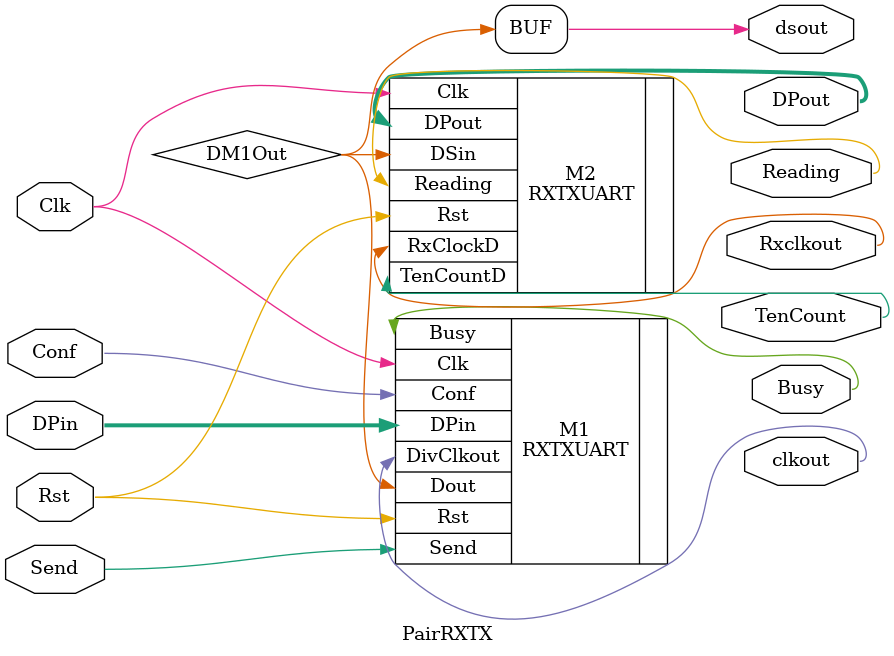
<source format=sv>
module PairRXTX (
	input Clk, Rst, Send, Conf,
	input [7:0] DPin,
	output Busy, Reading, clkout, Rxclkout, dsout, TenCount,
	output [7:0] DPout
);
	wire DM1Out;
	RXTXUART M1 (
		.Clk(Clk),
		.Rst(Rst),
		.Send(Send),
		.Conf(Conf),
		.DPin(DPin),
		.Dout(DM1Out),
		.Busy(Busy),
		.DivClkout(clkout)
		
	);
	
	RXTXUART M2 (
		.Clk(Clk),
		.Rst(Rst),
		.DSin(DM1Out),
		.DPout(DPout),
		.Reading(Reading),
		.RxClockD(Rxclkout),
		.TenCountD(TenCount)
	);
	
	assign dsout = DM1Out;
endmodule 
</source>
